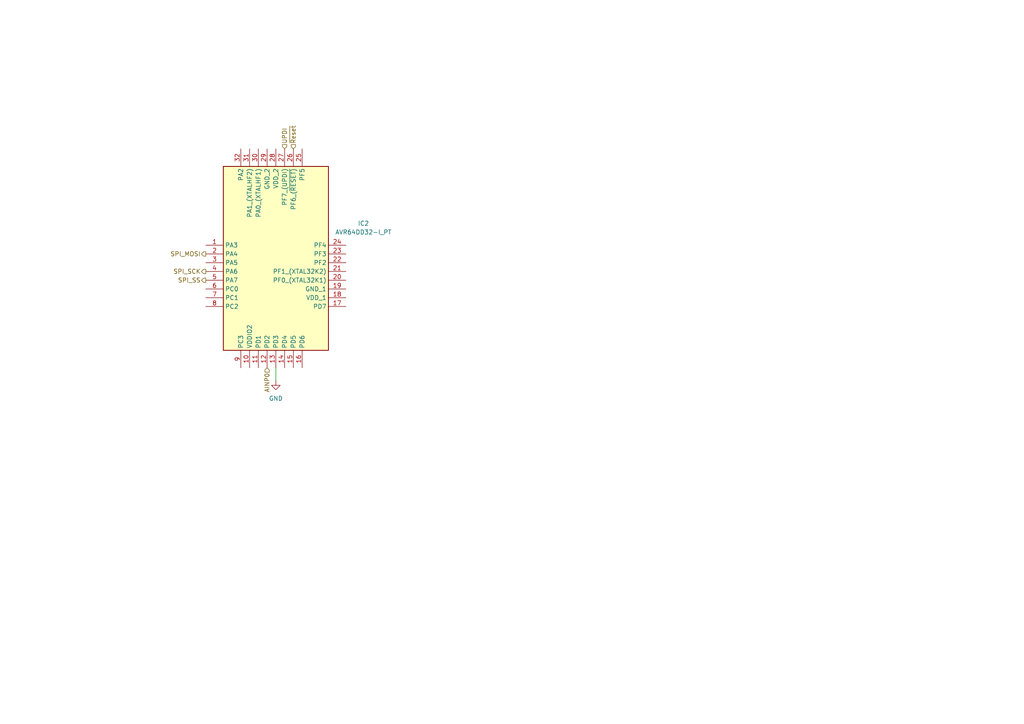
<source format=kicad_sch>
(kicad_sch (version 20231120) (generator "eeschema") (generator_version "8.0")
  (paper "A4")
  (lib_symbols
    (symbol "AVR64DD32-I_PT:AVR64DD32-I_PT"
      (property "Reference" "IC" (at 36.83 27.94 0))
      (property "Value" "AVR64DD32-I_PT" (at 36.83 25.4 0))
      (symbol "AVR64DD32-I_PT_1_1"
        (rectangle (start 5.08 22.86) (end 35.56 -30.48) (stroke (width 0.254)) (fill (type background)))
        (pin passive line (at 0 0 0) (length 5.08) (name "PA3") (number "1"))
        (pin passive line (at 12.7 -35.56 90) (length 5.08) (name "VDDIO2") (number "10"))
        (pin passive line (at 15.24 -35.56 90) (length 5.08) (name "PD1") (number "11"))
        (pin passive line (at 17.78 -35.56 90) (length 5.08) (name "PD2") (number "12"))
        (pin passive line (at 20.32 -35.56 90) (length 5.08) (name "PD3") (number "13"))
        (pin passive line (at 22.86 -35.56 90) (length 5.08) (name "PD4") (number "14"))
        (pin passive line (at 25.4 -35.56 90) (length 5.08) (name "PD5") (number "15"))
        (pin passive line (at 27.94 -35.56 90) (length 5.08) (name "PD6") (number "16"))
        (pin passive line (at 40.64 -17.78 180) (length 5.08) (name "PD7") (number "17"))
        (pin passive line (at 40.64 -15.24 180) (length 5.08) (name "VDD_1") (number "18"))
        (pin passive line (at 40.64 -12.7 180) (length 5.08) (name "GND_1") (number "19"))
        (pin passive line (at 0 -2.54 0) (length 5.08) (name "PA4") (number "2"))
        (pin passive line (at 40.64 -10.16 180) (length 5.08) (name "PF0_(XTAL32K1)") (number "20"))
        (pin passive line (at 40.64 -7.62 180) (length 5.08) (name "PF1_(XTAL32K2)") (number "21"))
        (pin passive line (at 40.64 -5.08 180) (length 5.08) (name "PF2") (number "22"))
        (pin passive line (at 40.64 -2.54 180) (length 5.08) (name "PF3") (number "23"))
        (pin passive line (at 40.64 0 180) (length 5.08) (name "PF4") (number "24"))
        (pin passive line (at 27.94 27.94 270) (length 5.08) (name "PF5") (number "25"))
        (pin passive line (at 25.4 27.94 270) (length 5.08) (name "PF6_(~{RESET)}") (number "26"))
        (pin passive line (at 22.86 27.94 270) (length 5.08) (name "PF7_(UPDI)") (number "27"))
        (pin passive line (at 20.32 27.94 270) (length 5.08) (name "VDD_2") (number "28"))
        (pin passive line (at 17.78 27.94 270) (length 5.08) (name "GND_2") (number "29"))
        (pin passive line (at 0 -5.08 0) (length 5.08) (name "PA5") (number "3"))
        (pin passive line (at 15.24 27.94 270) (length 5.08) (name "PA0_(XTALHF1)") (number "30"))
        (pin passive line (at 12.7 27.94 270) (length 5.08) (name "PA1_(XTALHF2)") (number "31"))
        (pin passive line (at 10.16 27.94 270) (length 5.08) (name "PA2") (number "32"))
        (pin passive line (at 0 -7.62 0) (length 5.08) (name "PA6") (number "4"))
        (pin passive line (at 0 -10.16 0) (length 5.08) (name "PA7") (number "5"))
        (pin passive line (at 0 -12.7 0) (length 5.08) (name "PC0") (number "6"))
        (pin passive line (at 0 -15.24 0) (length 5.08) (name "PC1") (number "7"))
        (pin passive line (at 0 -17.78 0) (length 5.08) (name "PC2") (number "8"))
        (pin passive line (at 10.16 -35.56 90) (length 5.08) (name "PC3") (number "9"))
      )
    )
    (symbol "power:GND" (power) (pin_numbers hide) (pin_names (offset 0) hide)
      (property "Value" "GND" (at 0 -3.81 0))
      (symbol "GND_0_1"
        (polyline (pts (xy 0 0) (xy 0 -1.27) (xy 1.27 -1.27) (xy 0 -2.54) (xy -1.27 -1.27) (xy 0 -1.27)))
      )
      (symbol "GND_1_1"
        (pin power_in line (at 0 0 270) (length 0) (name "~") (number "1"))
      )
    )
  )
  (wire (pts (xy 80.01 106.68) (xy 80.01 110.49)))
  (hierarchical_label "~{Reset}" (shape input) (at 85.09 43.18 90))
  (hierarchical_label "SPI_SS" (shape output) (at 59.69 81.28 180))
  (hierarchical_label "SPI_SCK" (shape output) (at 59.69 78.74 180))
  (hierarchical_label "SPI_MOSI" (shape output) (at 59.69 73.66 180))
  (hierarchical_label "AINP0" (shape input) (at 77.47 106.68 270))
  (hierarchical_label "UPDI" (shape input) (at 82.55 43.18 90))
  (symbol (lib_id "AVR64DD32-I_PT:AVR64DD32-I_PT") (at 59.69 71.12 0) (unit 1)
    (property "Reference" "IC2" (at 105.41 64.8014 0))
    (property "Value" "AVR64DD32-I_PT" (at 105.41 67.3414 0))
    (property "Footprint" "QFP80P900X900X120-32N" (effects (hide yes)))
    (property "Datasheet" "https://ww1.microchip.com/downloads/aemDocuments/documents/MCU08/ProductDocuments/DataSheets/AVR64DD32-28-Prelim-DataSheet-DS40002315B.pdf" (effects (hide yes)))
    (property "Description" "8-bit Microcontrollers - MCU 64KB, 8KB RAM, 32p, 24MHz, MVIO, 12b ADC, ZCD, DAC, 2xUART, SPI, TWI" (effects (hide yes)))
    (property "Height" "1.2" (effects (hide yes)))
    (property "Mouser Part Number" "494-AVR64DD32-I/PT" (effects (hide yes)))
    (property "Mouser Price/Stock" "https://www.mouser.co.uk/ProductDetail/Microchip-Technology/AVR64DD32-I-PT?qs=tlsG%2FOw5FFjuwvYsegdIqg%3D%3D" (effects (hide yes)))
    (property "Manufacturer_Name" "Microchip" (effects (hide yes)))
    (property "Manufacturer_Part_Number" "AVR64DD32-I/PT" (effects (hide yes)))
  )
  (symbol (lib_id "power:GND") (at 80.01 110.49 0) (unit 1)
    (property "Reference" "#PWR09" (effects (hide yes)))
    (property "Value" "GND" (at 80.01 115.57 0))
    (property "Description" "Power symbol creates a global label with name \"GND\" , ground" (effects (hide yes)))
  )
)
</source>
